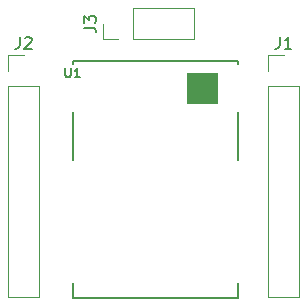
<source format=gto>
G04 #@! TF.GenerationSoftware,KiCad,Pcbnew,(5.0.0)*
G04 #@! TF.CreationDate,2023-02-17T10:20:36+09:00*
G04 #@! TF.ProjectId,EBYTE-E22-SMD,45425954452D4532322D534D442E6B69,rev?*
G04 #@! TF.SameCoordinates,Original*
G04 #@! TF.FileFunction,Legend,Top*
G04 #@! TF.FilePolarity,Positive*
%FSLAX46Y46*%
G04 Gerber Fmt 4.6, Leading zero omitted, Abs format (unit mm)*
G04 Created by KiCad (PCBNEW (5.0.0)) date 02/17/23 10:20:36*
%MOMM*%
%LPD*%
G01*
G04 APERTURE LIST*
%ADD10C,0.127000*%
%ADD11C,0.010000*%
%ADD12C,0.120000*%
%ADD13C,0.150000*%
G04 APERTURE END LIST*
D10*
G04 #@! TO.C,U1*
X151130000Y-89154000D02*
X165100000Y-89154000D01*
X165100000Y-89154000D02*
X165100000Y-89408000D01*
X151130000Y-89154000D02*
X151130000Y-89408000D01*
X151130000Y-107950000D02*
X151130000Y-109220000D01*
X151130000Y-109220000D02*
X165100000Y-109220000D01*
X165100000Y-109220000D02*
X165100000Y-107950000D01*
X151130000Y-93472000D02*
X151130000Y-97536000D01*
X165100000Y-93472000D02*
X165100000Y-97536000D01*
D11*
G36*
X160782000Y-90170000D02*
X163322000Y-90170000D01*
X163322000Y-92710000D01*
X160782000Y-92710000D01*
X160782000Y-90170000D01*
G37*
X160782000Y-90170000D02*
X163322000Y-90170000D01*
X163322000Y-92710000D01*
X160782000Y-92710000D01*
X160782000Y-90170000D01*
D12*
G04 #@! TO.C,J1*
X167670000Y-88670000D02*
X169000000Y-88670000D01*
X167670000Y-90000000D02*
X167670000Y-88670000D01*
X167670000Y-91270000D02*
X170330000Y-91270000D01*
X170330000Y-91270000D02*
X170330000Y-109110000D01*
X167670000Y-91270000D02*
X167670000Y-109110000D01*
X167670000Y-109110000D02*
X170330000Y-109110000D01*
G04 #@! TO.C,J2*
X145670000Y-88670000D02*
X147000000Y-88670000D01*
X145670000Y-90000000D02*
X145670000Y-88670000D01*
X145670000Y-91270000D02*
X148330000Y-91270000D01*
X148330000Y-91270000D02*
X148330000Y-109110000D01*
X145670000Y-91270000D02*
X145670000Y-109110000D01*
X145670000Y-109110000D02*
X148330000Y-109110000D01*
G04 #@! TO.C,J3*
X153670000Y-87330000D02*
X153670000Y-86000000D01*
X155000000Y-87330000D02*
X153670000Y-87330000D01*
X156270000Y-87330000D02*
X156270000Y-84670000D01*
X156270000Y-84670000D02*
X161410000Y-84670000D01*
X156270000Y-87330000D02*
X161410000Y-87330000D01*
X161410000Y-87330000D02*
X161410000Y-84670000D01*
G04 #@! TO.C,U1*
D13*
X150530074Y-89738803D02*
X150530074Y-90376224D01*
X150567570Y-90451215D01*
X150605065Y-90488710D01*
X150680056Y-90526205D01*
X150830037Y-90526205D01*
X150905028Y-90488710D01*
X150942523Y-90451215D01*
X150980018Y-90376224D01*
X150980018Y-89738803D01*
X151767420Y-90526205D02*
X151317476Y-90526205D01*
X151542448Y-90526205D02*
X151542448Y-89738803D01*
X151467458Y-89851289D01*
X151392467Y-89926280D01*
X151317476Y-89963775D01*
G04 #@! TO.C,J1*
X168666666Y-87122380D02*
X168666666Y-87836666D01*
X168619047Y-87979523D01*
X168523809Y-88074761D01*
X168380952Y-88122380D01*
X168285714Y-88122380D01*
X169666666Y-88122380D02*
X169095238Y-88122380D01*
X169380952Y-88122380D02*
X169380952Y-87122380D01*
X169285714Y-87265238D01*
X169190476Y-87360476D01*
X169095238Y-87408095D01*
G04 #@! TO.C,J2*
X146666666Y-87122380D02*
X146666666Y-87836666D01*
X146619047Y-87979523D01*
X146523809Y-88074761D01*
X146380952Y-88122380D01*
X146285714Y-88122380D01*
X147095238Y-87217619D02*
X147142857Y-87170000D01*
X147238095Y-87122380D01*
X147476190Y-87122380D01*
X147571428Y-87170000D01*
X147619047Y-87217619D01*
X147666666Y-87312857D01*
X147666666Y-87408095D01*
X147619047Y-87550952D01*
X147047619Y-88122380D01*
X147666666Y-88122380D01*
G04 #@! TO.C,J3*
X152122380Y-86333333D02*
X152836666Y-86333333D01*
X152979523Y-86380952D01*
X153074761Y-86476190D01*
X153122380Y-86619047D01*
X153122380Y-86714285D01*
X152122380Y-85952380D02*
X152122380Y-85333333D01*
X152503333Y-85666666D01*
X152503333Y-85523809D01*
X152550952Y-85428571D01*
X152598571Y-85380952D01*
X152693809Y-85333333D01*
X152931904Y-85333333D01*
X153027142Y-85380952D01*
X153074761Y-85428571D01*
X153122380Y-85523809D01*
X153122380Y-85809523D01*
X153074761Y-85904761D01*
X153027142Y-85952380D01*
G04 #@! TD*
M02*

</source>
